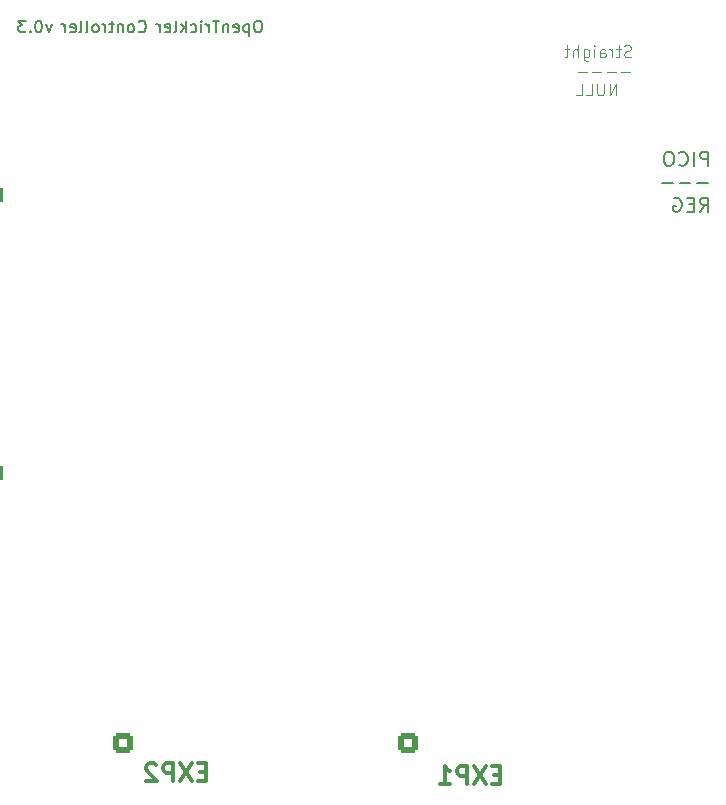
<source format=gbr>
%TF.GenerationSoftware,KiCad,Pcbnew,(7.0.0)*%
%TF.CreationDate,2023-04-01T02:11:53+13:00*%
%TF.ProjectId,pico_expansion_board,7069636f-5f65-4787-9061-6e73696f6e5f,rev?*%
%TF.SameCoordinates,Original*%
%TF.FileFunction,Legend,Bot*%
%TF.FilePolarity,Positive*%
%FSLAX46Y46*%
G04 Gerber Fmt 4.6, Leading zero omitted, Abs format (unit mm)*
G04 Created by KiCad (PCBNEW (7.0.0)) date 2023-04-01 02:11:53*
%MOMM*%
%LPD*%
G01*
G04 APERTURE LIST*
G04 Aperture macros list*
%AMRoundRect*
0 Rectangle with rounded corners*
0 $1 Rounding radius*
0 $2 $3 $4 $5 $6 $7 $8 $9 X,Y pos of 4 corners*
0 Add a 4 corners polygon primitive as box body*
4,1,4,$2,$3,$4,$5,$6,$7,$8,$9,$2,$3,0*
0 Add four circle primitives for the rounded corners*
1,1,$1+$1,$2,$3*
1,1,$1+$1,$4,$5*
1,1,$1+$1,$6,$7*
1,1,$1+$1,$8,$9*
0 Add four rect primitives between the rounded corners*
20,1,$1+$1,$2,$3,$4,$5,0*
20,1,$1+$1,$4,$5,$6,$7,0*
20,1,$1+$1,$6,$7,$8,$9,0*
20,1,$1+$1,$8,$9,$2,$3,0*%
G04 Aperture macros list end*
%ADD10C,0.300000*%
%ADD11C,0.125000*%
%ADD12C,0.187500*%
%ADD13R,1.350000X1.350000*%
%ADD14O,1.350000X1.350000*%
%ADD15C,6.400000*%
%ADD16C,4.000000*%
%ADD17R,1.600000X1.600000*%
%ADD18C,1.600000*%
%ADD19RoundRect,0.250000X0.600000X-0.600000X0.600000X0.600000X-0.600000X0.600000X-0.600000X-0.600000X0*%
%ADD20C,1.700000*%
%ADD21R,3.000000X3.000000*%
%ADD22C,3.000000*%
%ADD23RoundRect,0.250000X-0.725000X0.600000X-0.725000X-0.600000X0.725000X-0.600000X0.725000X0.600000X0*%
%ADD24O,1.950000X1.700000*%
%ADD25O,1.800000X1.800000*%
%ADD26O,1.500000X1.500000*%
%ADD27O,1.700000X1.700000*%
%ADD28R,1.700000X1.700000*%
%ADD29R,1.800000X1.800000*%
%ADD30C,1.800000*%
G04 APERTURE END LIST*
D10*
X118260857Y-138587857D02*
X117760857Y-138587857D01*
X117546571Y-139373571D02*
X118260857Y-139373571D01*
X118260857Y-139373571D02*
X118260857Y-137873571D01*
X118260857Y-137873571D02*
X117546571Y-137873571D01*
X117046571Y-137873571D02*
X116046571Y-139373571D01*
X116046571Y-137873571D02*
X117046571Y-139373571D01*
X115475143Y-139373571D02*
X115475143Y-137873571D01*
X115475143Y-137873571D02*
X114903714Y-137873571D01*
X114903714Y-137873571D02*
X114760857Y-137945000D01*
X114760857Y-137945000D02*
X114689428Y-138016428D01*
X114689428Y-138016428D02*
X114618000Y-138159285D01*
X114618000Y-138159285D02*
X114618000Y-138373571D01*
X114618000Y-138373571D02*
X114689428Y-138516428D01*
X114689428Y-138516428D02*
X114760857Y-138587857D01*
X114760857Y-138587857D02*
X114903714Y-138659285D01*
X114903714Y-138659285D02*
X115475143Y-138659285D01*
X113189428Y-139373571D02*
X114046571Y-139373571D01*
X113618000Y-139373571D02*
X113618000Y-137873571D01*
X113618000Y-137873571D02*
X113760857Y-138087857D01*
X113760857Y-138087857D02*
X113903714Y-138230714D01*
X113903714Y-138230714D02*
X114046571Y-138302142D01*
D11*
X129349523Y-77774761D02*
X129206666Y-77822380D01*
X129206666Y-77822380D02*
X128968571Y-77822380D01*
X128968571Y-77822380D02*
X128873333Y-77774761D01*
X128873333Y-77774761D02*
X128825714Y-77727142D01*
X128825714Y-77727142D02*
X128778095Y-77631904D01*
X128778095Y-77631904D02*
X128778095Y-77536666D01*
X128778095Y-77536666D02*
X128825714Y-77441428D01*
X128825714Y-77441428D02*
X128873333Y-77393809D01*
X128873333Y-77393809D02*
X128968571Y-77346190D01*
X128968571Y-77346190D02*
X129159047Y-77298571D01*
X129159047Y-77298571D02*
X129254285Y-77250952D01*
X129254285Y-77250952D02*
X129301904Y-77203333D01*
X129301904Y-77203333D02*
X129349523Y-77108095D01*
X129349523Y-77108095D02*
X129349523Y-77012857D01*
X129349523Y-77012857D02*
X129301904Y-76917619D01*
X129301904Y-76917619D02*
X129254285Y-76870000D01*
X129254285Y-76870000D02*
X129159047Y-76822380D01*
X129159047Y-76822380D02*
X128920952Y-76822380D01*
X128920952Y-76822380D02*
X128778095Y-76870000D01*
X128492380Y-77155714D02*
X128111428Y-77155714D01*
X128349523Y-76822380D02*
X128349523Y-77679523D01*
X128349523Y-77679523D02*
X128301904Y-77774761D01*
X128301904Y-77774761D02*
X128206666Y-77822380D01*
X128206666Y-77822380D02*
X128111428Y-77822380D01*
X127778094Y-77822380D02*
X127778094Y-77155714D01*
X127778094Y-77346190D02*
X127730475Y-77250952D01*
X127730475Y-77250952D02*
X127682856Y-77203333D01*
X127682856Y-77203333D02*
X127587618Y-77155714D01*
X127587618Y-77155714D02*
X127492380Y-77155714D01*
X126730475Y-77822380D02*
X126730475Y-77298571D01*
X126730475Y-77298571D02*
X126778094Y-77203333D01*
X126778094Y-77203333D02*
X126873332Y-77155714D01*
X126873332Y-77155714D02*
X127063808Y-77155714D01*
X127063808Y-77155714D02*
X127159046Y-77203333D01*
X126730475Y-77774761D02*
X126825713Y-77822380D01*
X126825713Y-77822380D02*
X127063808Y-77822380D01*
X127063808Y-77822380D02*
X127159046Y-77774761D01*
X127159046Y-77774761D02*
X127206665Y-77679523D01*
X127206665Y-77679523D02*
X127206665Y-77584285D01*
X127206665Y-77584285D02*
X127159046Y-77489047D01*
X127159046Y-77489047D02*
X127063808Y-77441428D01*
X127063808Y-77441428D02*
X126825713Y-77441428D01*
X126825713Y-77441428D02*
X126730475Y-77393809D01*
X126254284Y-77822380D02*
X126254284Y-77155714D01*
X126254284Y-76822380D02*
X126301903Y-76870000D01*
X126301903Y-76870000D02*
X126254284Y-76917619D01*
X126254284Y-76917619D02*
X126206665Y-76870000D01*
X126206665Y-76870000D02*
X126254284Y-76822380D01*
X126254284Y-76822380D02*
X126254284Y-76917619D01*
X125349523Y-77155714D02*
X125349523Y-77965238D01*
X125349523Y-77965238D02*
X125397142Y-78060476D01*
X125397142Y-78060476D02*
X125444761Y-78108095D01*
X125444761Y-78108095D02*
X125539999Y-78155714D01*
X125539999Y-78155714D02*
X125682856Y-78155714D01*
X125682856Y-78155714D02*
X125778094Y-78108095D01*
X125349523Y-77774761D02*
X125444761Y-77822380D01*
X125444761Y-77822380D02*
X125635237Y-77822380D01*
X125635237Y-77822380D02*
X125730475Y-77774761D01*
X125730475Y-77774761D02*
X125778094Y-77727142D01*
X125778094Y-77727142D02*
X125825713Y-77631904D01*
X125825713Y-77631904D02*
X125825713Y-77346190D01*
X125825713Y-77346190D02*
X125778094Y-77250952D01*
X125778094Y-77250952D02*
X125730475Y-77203333D01*
X125730475Y-77203333D02*
X125635237Y-77155714D01*
X125635237Y-77155714D02*
X125444761Y-77155714D01*
X125444761Y-77155714D02*
X125349523Y-77203333D01*
X124873332Y-77822380D02*
X124873332Y-76822380D01*
X124444761Y-77822380D02*
X124444761Y-77298571D01*
X124444761Y-77298571D02*
X124492380Y-77203333D01*
X124492380Y-77203333D02*
X124587618Y-77155714D01*
X124587618Y-77155714D02*
X124730475Y-77155714D01*
X124730475Y-77155714D02*
X124825713Y-77203333D01*
X124825713Y-77203333D02*
X124873332Y-77250952D01*
X124111427Y-77155714D02*
X123730475Y-77155714D01*
X123968570Y-76822380D02*
X123968570Y-77679523D01*
X123968570Y-77679523D02*
X123920951Y-77774761D01*
X123920951Y-77774761D02*
X123825713Y-77822380D01*
X123825713Y-77822380D02*
X123730475Y-77822380D01*
X129301904Y-79061428D02*
X128540000Y-79061428D01*
X128063809Y-79061428D02*
X127301905Y-79061428D01*
X126825714Y-79061428D02*
X126063810Y-79061428D01*
X125587619Y-79061428D02*
X124825715Y-79061428D01*
X128101904Y-81062380D02*
X128101904Y-80062380D01*
X128101904Y-80062380D02*
X127530476Y-81062380D01*
X127530476Y-81062380D02*
X127530476Y-80062380D01*
X127054285Y-80062380D02*
X127054285Y-80871904D01*
X127054285Y-80871904D02*
X127006666Y-80967142D01*
X127006666Y-80967142D02*
X126959047Y-81014761D01*
X126959047Y-81014761D02*
X126863809Y-81062380D01*
X126863809Y-81062380D02*
X126673333Y-81062380D01*
X126673333Y-81062380D02*
X126578095Y-81014761D01*
X126578095Y-81014761D02*
X126530476Y-80967142D01*
X126530476Y-80967142D02*
X126482857Y-80871904D01*
X126482857Y-80871904D02*
X126482857Y-80062380D01*
X125530476Y-81062380D02*
X126006666Y-81062380D01*
X126006666Y-81062380D02*
X126006666Y-80062380D01*
X124720952Y-81062380D02*
X125197142Y-81062380D01*
X125197142Y-81062380D02*
X125197142Y-80062380D01*
D12*
X97869428Y-74728380D02*
X97678952Y-74728380D01*
X97678952Y-74728380D02*
X97583714Y-74776000D01*
X97583714Y-74776000D02*
X97488476Y-74871238D01*
X97488476Y-74871238D02*
X97440857Y-75061714D01*
X97440857Y-75061714D02*
X97440857Y-75395047D01*
X97440857Y-75395047D02*
X97488476Y-75585523D01*
X97488476Y-75585523D02*
X97583714Y-75680761D01*
X97583714Y-75680761D02*
X97678952Y-75728380D01*
X97678952Y-75728380D02*
X97869428Y-75728380D01*
X97869428Y-75728380D02*
X97964666Y-75680761D01*
X97964666Y-75680761D02*
X98059904Y-75585523D01*
X98059904Y-75585523D02*
X98107523Y-75395047D01*
X98107523Y-75395047D02*
X98107523Y-75061714D01*
X98107523Y-75061714D02*
X98059904Y-74871238D01*
X98059904Y-74871238D02*
X97964666Y-74776000D01*
X97964666Y-74776000D02*
X97869428Y-74728380D01*
X97012285Y-75061714D02*
X97012285Y-76061714D01*
X97012285Y-75109333D02*
X96917047Y-75061714D01*
X96917047Y-75061714D02*
X96726571Y-75061714D01*
X96726571Y-75061714D02*
X96631333Y-75109333D01*
X96631333Y-75109333D02*
X96583714Y-75156952D01*
X96583714Y-75156952D02*
X96536095Y-75252190D01*
X96536095Y-75252190D02*
X96536095Y-75537904D01*
X96536095Y-75537904D02*
X96583714Y-75633142D01*
X96583714Y-75633142D02*
X96631333Y-75680761D01*
X96631333Y-75680761D02*
X96726571Y-75728380D01*
X96726571Y-75728380D02*
X96917047Y-75728380D01*
X96917047Y-75728380D02*
X97012285Y-75680761D01*
X95726571Y-75680761D02*
X95821809Y-75728380D01*
X95821809Y-75728380D02*
X96012285Y-75728380D01*
X96012285Y-75728380D02*
X96107523Y-75680761D01*
X96107523Y-75680761D02*
X96155142Y-75585523D01*
X96155142Y-75585523D02*
X96155142Y-75204571D01*
X96155142Y-75204571D02*
X96107523Y-75109333D01*
X96107523Y-75109333D02*
X96012285Y-75061714D01*
X96012285Y-75061714D02*
X95821809Y-75061714D01*
X95821809Y-75061714D02*
X95726571Y-75109333D01*
X95726571Y-75109333D02*
X95678952Y-75204571D01*
X95678952Y-75204571D02*
X95678952Y-75299809D01*
X95678952Y-75299809D02*
X96155142Y-75395047D01*
X95250380Y-75061714D02*
X95250380Y-75728380D01*
X95250380Y-75156952D02*
X95202761Y-75109333D01*
X95202761Y-75109333D02*
X95107523Y-75061714D01*
X95107523Y-75061714D02*
X94964666Y-75061714D01*
X94964666Y-75061714D02*
X94869428Y-75109333D01*
X94869428Y-75109333D02*
X94821809Y-75204571D01*
X94821809Y-75204571D02*
X94821809Y-75728380D01*
X94488475Y-74728380D02*
X93917047Y-74728380D01*
X94202761Y-75728380D02*
X94202761Y-74728380D01*
X93583713Y-75728380D02*
X93583713Y-75061714D01*
X93583713Y-75252190D02*
X93536094Y-75156952D01*
X93536094Y-75156952D02*
X93488475Y-75109333D01*
X93488475Y-75109333D02*
X93393237Y-75061714D01*
X93393237Y-75061714D02*
X93297999Y-75061714D01*
X92964665Y-75728380D02*
X92964665Y-75061714D01*
X92964665Y-74728380D02*
X93012284Y-74776000D01*
X93012284Y-74776000D02*
X92964665Y-74823619D01*
X92964665Y-74823619D02*
X92917046Y-74776000D01*
X92917046Y-74776000D02*
X92964665Y-74728380D01*
X92964665Y-74728380D02*
X92964665Y-74823619D01*
X92059904Y-75680761D02*
X92155142Y-75728380D01*
X92155142Y-75728380D02*
X92345618Y-75728380D01*
X92345618Y-75728380D02*
X92440856Y-75680761D01*
X92440856Y-75680761D02*
X92488475Y-75633142D01*
X92488475Y-75633142D02*
X92536094Y-75537904D01*
X92536094Y-75537904D02*
X92536094Y-75252190D01*
X92536094Y-75252190D02*
X92488475Y-75156952D01*
X92488475Y-75156952D02*
X92440856Y-75109333D01*
X92440856Y-75109333D02*
X92345618Y-75061714D01*
X92345618Y-75061714D02*
X92155142Y-75061714D01*
X92155142Y-75061714D02*
X92059904Y-75109333D01*
X91631332Y-75728380D02*
X91631332Y-74728380D01*
X91536094Y-75347428D02*
X91250380Y-75728380D01*
X91250380Y-75061714D02*
X91631332Y-75442666D01*
X90678951Y-75728380D02*
X90774189Y-75680761D01*
X90774189Y-75680761D02*
X90821808Y-75585523D01*
X90821808Y-75585523D02*
X90821808Y-74728380D01*
X89917046Y-75680761D02*
X90012284Y-75728380D01*
X90012284Y-75728380D02*
X90202760Y-75728380D01*
X90202760Y-75728380D02*
X90297998Y-75680761D01*
X90297998Y-75680761D02*
X90345617Y-75585523D01*
X90345617Y-75585523D02*
X90345617Y-75204571D01*
X90345617Y-75204571D02*
X90297998Y-75109333D01*
X90297998Y-75109333D02*
X90202760Y-75061714D01*
X90202760Y-75061714D02*
X90012284Y-75061714D01*
X90012284Y-75061714D02*
X89917046Y-75109333D01*
X89917046Y-75109333D02*
X89869427Y-75204571D01*
X89869427Y-75204571D02*
X89869427Y-75299809D01*
X89869427Y-75299809D02*
X90345617Y-75395047D01*
X89440855Y-75728380D02*
X89440855Y-75061714D01*
X89440855Y-75252190D02*
X89393236Y-75156952D01*
X89393236Y-75156952D02*
X89345617Y-75109333D01*
X89345617Y-75109333D02*
X89250379Y-75061714D01*
X89250379Y-75061714D02*
X89155141Y-75061714D01*
X87650379Y-75633142D02*
X87697998Y-75680761D01*
X87697998Y-75680761D02*
X87840855Y-75728380D01*
X87840855Y-75728380D02*
X87936093Y-75728380D01*
X87936093Y-75728380D02*
X88078950Y-75680761D01*
X88078950Y-75680761D02*
X88174188Y-75585523D01*
X88174188Y-75585523D02*
X88221807Y-75490285D01*
X88221807Y-75490285D02*
X88269426Y-75299809D01*
X88269426Y-75299809D02*
X88269426Y-75156952D01*
X88269426Y-75156952D02*
X88221807Y-74966476D01*
X88221807Y-74966476D02*
X88174188Y-74871238D01*
X88174188Y-74871238D02*
X88078950Y-74776000D01*
X88078950Y-74776000D02*
X87936093Y-74728380D01*
X87936093Y-74728380D02*
X87840855Y-74728380D01*
X87840855Y-74728380D02*
X87697998Y-74776000D01*
X87697998Y-74776000D02*
X87650379Y-74823619D01*
X87078950Y-75728380D02*
X87174188Y-75680761D01*
X87174188Y-75680761D02*
X87221807Y-75633142D01*
X87221807Y-75633142D02*
X87269426Y-75537904D01*
X87269426Y-75537904D02*
X87269426Y-75252190D01*
X87269426Y-75252190D02*
X87221807Y-75156952D01*
X87221807Y-75156952D02*
X87174188Y-75109333D01*
X87174188Y-75109333D02*
X87078950Y-75061714D01*
X87078950Y-75061714D02*
X86936093Y-75061714D01*
X86936093Y-75061714D02*
X86840855Y-75109333D01*
X86840855Y-75109333D02*
X86793236Y-75156952D01*
X86793236Y-75156952D02*
X86745617Y-75252190D01*
X86745617Y-75252190D02*
X86745617Y-75537904D01*
X86745617Y-75537904D02*
X86793236Y-75633142D01*
X86793236Y-75633142D02*
X86840855Y-75680761D01*
X86840855Y-75680761D02*
X86936093Y-75728380D01*
X86936093Y-75728380D02*
X87078950Y-75728380D01*
X86317045Y-75061714D02*
X86317045Y-75728380D01*
X86317045Y-75156952D02*
X86269426Y-75109333D01*
X86269426Y-75109333D02*
X86174188Y-75061714D01*
X86174188Y-75061714D02*
X86031331Y-75061714D01*
X86031331Y-75061714D02*
X85936093Y-75109333D01*
X85936093Y-75109333D02*
X85888474Y-75204571D01*
X85888474Y-75204571D02*
X85888474Y-75728380D01*
X85555140Y-75061714D02*
X85174188Y-75061714D01*
X85412283Y-74728380D02*
X85412283Y-75585523D01*
X85412283Y-75585523D02*
X85364664Y-75680761D01*
X85364664Y-75680761D02*
X85269426Y-75728380D01*
X85269426Y-75728380D02*
X85174188Y-75728380D01*
X84840854Y-75728380D02*
X84840854Y-75061714D01*
X84840854Y-75252190D02*
X84793235Y-75156952D01*
X84793235Y-75156952D02*
X84745616Y-75109333D01*
X84745616Y-75109333D02*
X84650378Y-75061714D01*
X84650378Y-75061714D02*
X84555140Y-75061714D01*
X84078949Y-75728380D02*
X84174187Y-75680761D01*
X84174187Y-75680761D02*
X84221806Y-75633142D01*
X84221806Y-75633142D02*
X84269425Y-75537904D01*
X84269425Y-75537904D02*
X84269425Y-75252190D01*
X84269425Y-75252190D02*
X84221806Y-75156952D01*
X84221806Y-75156952D02*
X84174187Y-75109333D01*
X84174187Y-75109333D02*
X84078949Y-75061714D01*
X84078949Y-75061714D02*
X83936092Y-75061714D01*
X83936092Y-75061714D02*
X83840854Y-75109333D01*
X83840854Y-75109333D02*
X83793235Y-75156952D01*
X83793235Y-75156952D02*
X83745616Y-75252190D01*
X83745616Y-75252190D02*
X83745616Y-75537904D01*
X83745616Y-75537904D02*
X83793235Y-75633142D01*
X83793235Y-75633142D02*
X83840854Y-75680761D01*
X83840854Y-75680761D02*
X83936092Y-75728380D01*
X83936092Y-75728380D02*
X84078949Y-75728380D01*
X83174187Y-75728380D02*
X83269425Y-75680761D01*
X83269425Y-75680761D02*
X83317044Y-75585523D01*
X83317044Y-75585523D02*
X83317044Y-74728380D01*
X82650377Y-75728380D02*
X82745615Y-75680761D01*
X82745615Y-75680761D02*
X82793234Y-75585523D01*
X82793234Y-75585523D02*
X82793234Y-74728380D01*
X81888472Y-75680761D02*
X81983710Y-75728380D01*
X81983710Y-75728380D02*
X82174186Y-75728380D01*
X82174186Y-75728380D02*
X82269424Y-75680761D01*
X82269424Y-75680761D02*
X82317043Y-75585523D01*
X82317043Y-75585523D02*
X82317043Y-75204571D01*
X82317043Y-75204571D02*
X82269424Y-75109333D01*
X82269424Y-75109333D02*
X82174186Y-75061714D01*
X82174186Y-75061714D02*
X81983710Y-75061714D01*
X81983710Y-75061714D02*
X81888472Y-75109333D01*
X81888472Y-75109333D02*
X81840853Y-75204571D01*
X81840853Y-75204571D02*
X81840853Y-75299809D01*
X81840853Y-75299809D02*
X82317043Y-75395047D01*
X81412281Y-75728380D02*
X81412281Y-75061714D01*
X81412281Y-75252190D02*
X81364662Y-75156952D01*
X81364662Y-75156952D02*
X81317043Y-75109333D01*
X81317043Y-75109333D02*
X81221805Y-75061714D01*
X81221805Y-75061714D02*
X81126567Y-75061714D01*
X80288471Y-75061714D02*
X80050376Y-75728380D01*
X80050376Y-75728380D02*
X79812281Y-75061714D01*
X79240852Y-74728380D02*
X79145614Y-74728380D01*
X79145614Y-74728380D02*
X79050376Y-74776000D01*
X79050376Y-74776000D02*
X79002757Y-74823619D01*
X79002757Y-74823619D02*
X78955138Y-74918857D01*
X78955138Y-74918857D02*
X78907519Y-75109333D01*
X78907519Y-75109333D02*
X78907519Y-75347428D01*
X78907519Y-75347428D02*
X78955138Y-75537904D01*
X78955138Y-75537904D02*
X79002757Y-75633142D01*
X79002757Y-75633142D02*
X79050376Y-75680761D01*
X79050376Y-75680761D02*
X79145614Y-75728380D01*
X79145614Y-75728380D02*
X79240852Y-75728380D01*
X79240852Y-75728380D02*
X79336090Y-75680761D01*
X79336090Y-75680761D02*
X79383709Y-75633142D01*
X79383709Y-75633142D02*
X79431328Y-75537904D01*
X79431328Y-75537904D02*
X79478947Y-75347428D01*
X79478947Y-75347428D02*
X79478947Y-75109333D01*
X79478947Y-75109333D02*
X79431328Y-74918857D01*
X79431328Y-74918857D02*
X79383709Y-74823619D01*
X79383709Y-74823619D02*
X79336090Y-74776000D01*
X79336090Y-74776000D02*
X79240852Y-74728380D01*
X78478947Y-75633142D02*
X78431328Y-75680761D01*
X78431328Y-75680761D02*
X78478947Y-75728380D01*
X78478947Y-75728380D02*
X78526566Y-75680761D01*
X78526566Y-75680761D02*
X78478947Y-75633142D01*
X78478947Y-75633142D02*
X78478947Y-75728380D01*
X78097995Y-74728380D02*
X77478948Y-74728380D01*
X77478948Y-74728380D02*
X77812281Y-75109333D01*
X77812281Y-75109333D02*
X77669424Y-75109333D01*
X77669424Y-75109333D02*
X77574186Y-75156952D01*
X77574186Y-75156952D02*
X77526567Y-75204571D01*
X77526567Y-75204571D02*
X77478948Y-75299809D01*
X77478948Y-75299809D02*
X77478948Y-75537904D01*
X77478948Y-75537904D02*
X77526567Y-75633142D01*
X77526567Y-75633142D02*
X77574186Y-75680761D01*
X77574186Y-75680761D02*
X77669424Y-75728380D01*
X77669424Y-75728380D02*
X77955138Y-75728380D01*
X77955138Y-75728380D02*
X78050376Y-75680761D01*
X78050376Y-75680761D02*
X78097995Y-75633142D01*
X135858285Y-87036857D02*
X135858285Y-85836857D01*
X135858285Y-85836857D02*
X135401142Y-85836857D01*
X135401142Y-85836857D02*
X135286857Y-85894000D01*
X135286857Y-85894000D02*
X135229714Y-85951142D01*
X135229714Y-85951142D02*
X135172571Y-86065428D01*
X135172571Y-86065428D02*
X135172571Y-86236857D01*
X135172571Y-86236857D02*
X135229714Y-86351142D01*
X135229714Y-86351142D02*
X135286857Y-86408285D01*
X135286857Y-86408285D02*
X135401142Y-86465428D01*
X135401142Y-86465428D02*
X135858285Y-86465428D01*
X134658285Y-87036857D02*
X134658285Y-85836857D01*
X133401142Y-86922571D02*
X133458285Y-86979714D01*
X133458285Y-86979714D02*
X133629713Y-87036857D01*
X133629713Y-87036857D02*
X133743999Y-87036857D01*
X133743999Y-87036857D02*
X133915428Y-86979714D01*
X133915428Y-86979714D02*
X134029713Y-86865428D01*
X134029713Y-86865428D02*
X134086856Y-86751142D01*
X134086856Y-86751142D02*
X134143999Y-86522571D01*
X134143999Y-86522571D02*
X134143999Y-86351142D01*
X134143999Y-86351142D02*
X134086856Y-86122571D01*
X134086856Y-86122571D02*
X134029713Y-86008285D01*
X134029713Y-86008285D02*
X133915428Y-85894000D01*
X133915428Y-85894000D02*
X133743999Y-85836857D01*
X133743999Y-85836857D02*
X133629713Y-85836857D01*
X133629713Y-85836857D02*
X133458285Y-85894000D01*
X133458285Y-85894000D02*
X133401142Y-85951142D01*
X132658285Y-85836857D02*
X132429713Y-85836857D01*
X132429713Y-85836857D02*
X132315428Y-85894000D01*
X132315428Y-85894000D02*
X132201142Y-86008285D01*
X132201142Y-86008285D02*
X132143999Y-86236857D01*
X132143999Y-86236857D02*
X132143999Y-86636857D01*
X132143999Y-86636857D02*
X132201142Y-86865428D01*
X132201142Y-86865428D02*
X132315428Y-86979714D01*
X132315428Y-86979714D02*
X132429713Y-87036857D01*
X132429713Y-87036857D02*
X132658285Y-87036857D01*
X132658285Y-87036857D02*
X132772571Y-86979714D01*
X132772571Y-86979714D02*
X132886856Y-86865428D01*
X132886856Y-86865428D02*
X132943999Y-86636857D01*
X132943999Y-86636857D02*
X132943999Y-86236857D01*
X132943999Y-86236857D02*
X132886856Y-86008285D01*
X132886856Y-86008285D02*
X132772571Y-85894000D01*
X132772571Y-85894000D02*
X132658285Y-85836857D01*
X135858285Y-88523714D02*
X134944000Y-88523714D01*
X134372571Y-88523714D02*
X133458286Y-88523714D01*
X132886857Y-88523714D02*
X131972572Y-88523714D01*
X135172571Y-90924857D02*
X135572571Y-90353428D01*
X135858285Y-90924857D02*
X135858285Y-89724857D01*
X135858285Y-89724857D02*
X135401142Y-89724857D01*
X135401142Y-89724857D02*
X135286857Y-89782000D01*
X135286857Y-89782000D02*
X135229714Y-89839142D01*
X135229714Y-89839142D02*
X135172571Y-89953428D01*
X135172571Y-89953428D02*
X135172571Y-90124857D01*
X135172571Y-90124857D02*
X135229714Y-90239142D01*
X135229714Y-90239142D02*
X135286857Y-90296285D01*
X135286857Y-90296285D02*
X135401142Y-90353428D01*
X135401142Y-90353428D02*
X135858285Y-90353428D01*
X134658285Y-90296285D02*
X134258285Y-90296285D01*
X134086857Y-90924857D02*
X134658285Y-90924857D01*
X134658285Y-90924857D02*
X134658285Y-89724857D01*
X134658285Y-89724857D02*
X134086857Y-89724857D01*
X132944000Y-89782000D02*
X133058286Y-89724857D01*
X133058286Y-89724857D02*
X133229714Y-89724857D01*
X133229714Y-89724857D02*
X133401143Y-89782000D01*
X133401143Y-89782000D02*
X133515428Y-89896285D01*
X133515428Y-89896285D02*
X133572571Y-90010571D01*
X133572571Y-90010571D02*
X133629714Y-90239142D01*
X133629714Y-90239142D02*
X133629714Y-90410571D01*
X133629714Y-90410571D02*
X133572571Y-90639142D01*
X133572571Y-90639142D02*
X133515428Y-90753428D01*
X133515428Y-90753428D02*
X133401143Y-90867714D01*
X133401143Y-90867714D02*
X133229714Y-90924857D01*
X133229714Y-90924857D02*
X133115428Y-90924857D01*
X133115428Y-90924857D02*
X132944000Y-90867714D01*
X132944000Y-90867714D02*
X132886857Y-90810571D01*
X132886857Y-90810571D02*
X132886857Y-90410571D01*
X132886857Y-90410571D02*
X133115428Y-90410571D01*
D10*
X93368857Y-138333857D02*
X92868857Y-138333857D01*
X92654571Y-139119571D02*
X93368857Y-139119571D01*
X93368857Y-139119571D02*
X93368857Y-137619571D01*
X93368857Y-137619571D02*
X92654571Y-137619571D01*
X92154571Y-137619571D02*
X91154571Y-139119571D01*
X91154571Y-137619571D02*
X92154571Y-139119571D01*
X90583143Y-139119571D02*
X90583143Y-137619571D01*
X90583143Y-137619571D02*
X90011714Y-137619571D01*
X90011714Y-137619571D02*
X89868857Y-137691000D01*
X89868857Y-137691000D02*
X89797428Y-137762428D01*
X89797428Y-137762428D02*
X89726000Y-137905285D01*
X89726000Y-137905285D02*
X89726000Y-138119571D01*
X89726000Y-138119571D02*
X89797428Y-138262428D01*
X89797428Y-138262428D02*
X89868857Y-138333857D01*
X89868857Y-138333857D02*
X90011714Y-138405285D01*
X90011714Y-138405285D02*
X90583143Y-138405285D01*
X89154571Y-137762428D02*
X89083143Y-137691000D01*
X89083143Y-137691000D02*
X88940286Y-137619571D01*
X88940286Y-137619571D02*
X88583143Y-137619571D01*
X88583143Y-137619571D02*
X88440286Y-137691000D01*
X88440286Y-137691000D02*
X88368857Y-137762428D01*
X88368857Y-137762428D02*
X88297428Y-137905285D01*
X88297428Y-137905285D02*
X88297428Y-138048142D01*
X88297428Y-138048142D02*
X88368857Y-138262428D01*
X88368857Y-138262428D02*
X89226000Y-139119571D01*
X89226000Y-139119571D02*
X88297428Y-139119571D01*
%LPC*%
D13*
%TO.C,JP7*%
X130555999Y-90359999D03*
D14*
X130555999Y-88359999D03*
X130555999Y-86359999D03*
%TD*%
D13*
%TO.C,JP6*%
X137667999Y-80961999D03*
D14*
X137667999Y-78961999D03*
X137667999Y-76961999D03*
%TD*%
D13*
%TO.C,JP5*%
X130555999Y-80961999D03*
D14*
X130555999Y-78961999D03*
X130555999Y-76961999D03*
%TD*%
D15*
%TO.C,H4*%
X156718000Y-135890000D03*
%TD*%
D16*
%TO.C,J6*%
X152331669Y-116650000D03*
X152331669Y-91650000D03*
D17*
X150911668Y-109689999D03*
D18*
X150911669Y-106920000D03*
X150911669Y-104150000D03*
X150911669Y-101380000D03*
X150911669Y-98610000D03*
X153751669Y-108305000D03*
X153751669Y-105535000D03*
X153751669Y-102765000D03*
X153751669Y-99995000D03*
%TD*%
D15*
%TO.C,H2*%
X75184000Y-79248000D03*
%TD*%
%TO.C,H3*%
X156718000Y-79248000D03*
%TD*%
D19*
%TO.C,J8*%
X110490000Y-135890000D03*
D20*
X110490000Y-133350000D03*
X113030000Y-135890000D03*
X113030000Y-133350000D03*
X115570000Y-135890000D03*
X115570000Y-133350000D03*
X118110000Y-135890000D03*
X118110000Y-133350000D03*
X120650000Y-135890000D03*
X120650000Y-133350000D03*
%TD*%
D21*
%TO.C,J1*%
X147827999Y-78993999D03*
D22*
X142748000Y-78994000D03*
%TD*%
D15*
%TO.C,H1*%
X75184000Y-135890000D03*
%TD*%
D23*
%TO.C,J4*%
X75184000Y-89528000D03*
D24*
X75183999Y-92027999D03*
X75183999Y-94527999D03*
X75183999Y-97027999D03*
%TD*%
D23*
%TO.C,J5*%
X75184000Y-113070000D03*
D24*
X75183999Y-115569999D03*
X75183999Y-118069999D03*
X75183999Y-120569999D03*
%TD*%
D25*
%TO.C,U2*%
X110304999Y-77599999D03*
D26*
X110604999Y-80629999D03*
X115454999Y-80629999D03*
D25*
X115754999Y-77599999D03*
D27*
X104139999Y-77469999D03*
X104139999Y-80009999D03*
D28*
X104139999Y-82549999D03*
D27*
X104139999Y-85089999D03*
X104139999Y-87629999D03*
X104139999Y-90169999D03*
X104139999Y-92709999D03*
D28*
X104139999Y-95249999D03*
D27*
X104139999Y-97789999D03*
X104139999Y-100329999D03*
X104139999Y-102869999D03*
X104139999Y-105409999D03*
D28*
X104139999Y-107949999D03*
D27*
X104139999Y-110489999D03*
X104139999Y-113029999D03*
X104139999Y-115569999D03*
X104139999Y-118109999D03*
D28*
X104139999Y-120649999D03*
D27*
X104139999Y-123189999D03*
X104139999Y-125729999D03*
X121919999Y-125729999D03*
X121919999Y-123189999D03*
D28*
X121919999Y-120649999D03*
D27*
X121919999Y-118109999D03*
X121919999Y-115569999D03*
X121919999Y-113029999D03*
X121919999Y-110489999D03*
D28*
X121919999Y-107949999D03*
D27*
X121919999Y-105409999D03*
X121919999Y-102869999D03*
X121919999Y-100329999D03*
X121919999Y-97789999D03*
D28*
X121919999Y-95249999D03*
D27*
X121919999Y-92709999D03*
X121919999Y-90169999D03*
X121919999Y-87629999D03*
X121919999Y-85089999D03*
D28*
X121919999Y-82549999D03*
D27*
X121919999Y-80009999D03*
X121919999Y-77469999D03*
X110489999Y-125499999D03*
D28*
X113029999Y-125499999D03*
D27*
X115569999Y-125499999D03*
%TD*%
D19*
%TO.C,J9*%
X86360000Y-135890000D03*
D20*
X86360000Y-133350000D03*
X88900000Y-135890000D03*
X88900000Y-133350000D03*
X91440000Y-135890000D03*
X91440000Y-133350000D03*
X93980000Y-135890000D03*
X93980000Y-133350000D03*
X96520000Y-135890000D03*
X96520000Y-133350000D03*
%TD*%
D29*
%TO.C,J3*%
X94995999Y-107949999D03*
D30*
X94996000Y-110490000D03*
X94996000Y-113030000D03*
X94996000Y-115570000D03*
X94996000Y-118110000D03*
X94996000Y-120650000D03*
X94996000Y-123190000D03*
X94996000Y-125730000D03*
X82296000Y-125730000D03*
X82296000Y-123190000D03*
X82296000Y-120650000D03*
X82296000Y-118110000D03*
X82296000Y-115570000D03*
X82296000Y-113030000D03*
X82296000Y-110490000D03*
X82296000Y-107950000D03*
%TD*%
D29*
%TO.C,J2*%
X94995999Y-84259999D03*
D30*
X94996000Y-86800000D03*
X94996000Y-89340000D03*
X94996000Y-91880000D03*
X94996000Y-94420000D03*
X94996000Y-96960000D03*
X94996000Y-99500000D03*
X94996000Y-102040000D03*
X82296000Y-102040000D03*
X82296000Y-99500000D03*
X82296000Y-96960000D03*
X82296000Y-94420000D03*
X82296000Y-91880000D03*
X82296000Y-89340000D03*
X82296000Y-86800000D03*
X82296000Y-84260000D03*
%TD*%
M02*

</source>
